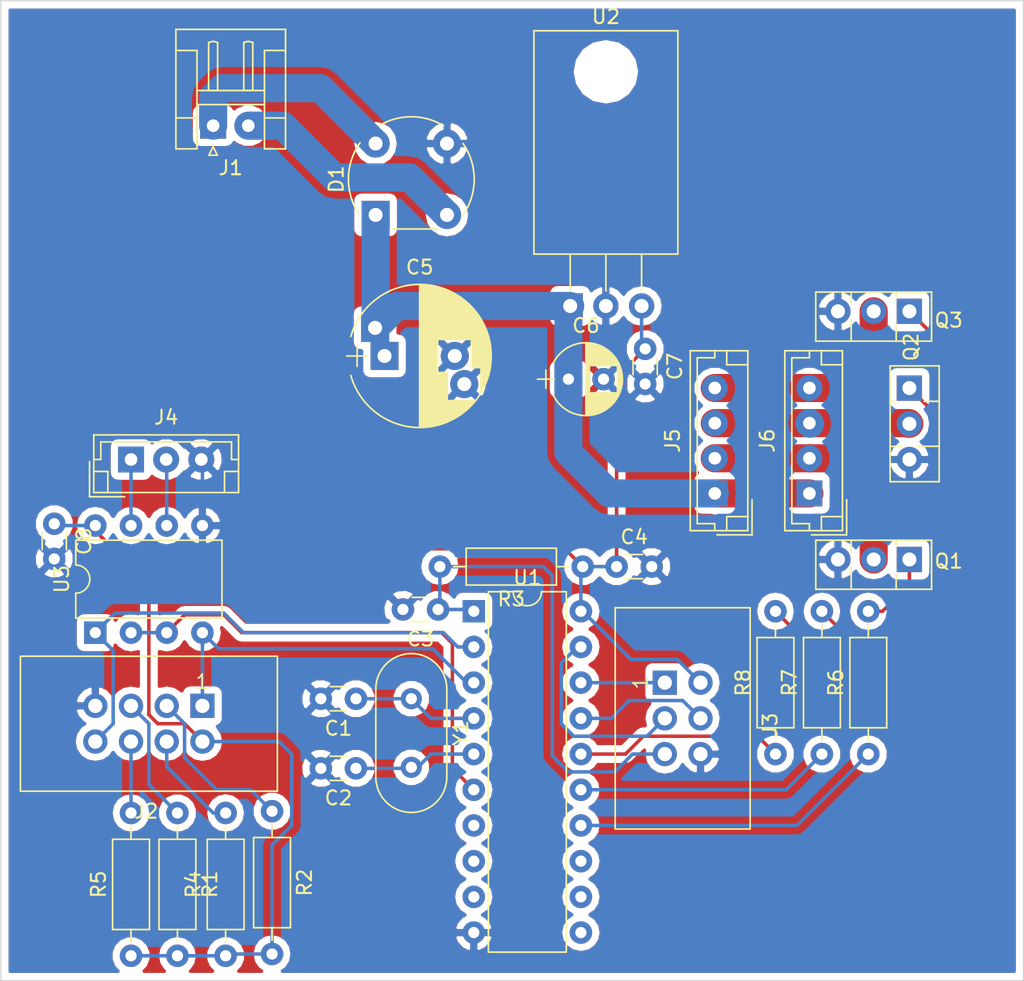
<source format=kicad_pcb>
(kicad_pcb (version 4) (host pcbnew 4.0.7)
  (layers (0 F.Cu signal) (31 B.Cu signal) (34 B.Paste user) (35 F.Paste user) (36 B.SilkS user) (37 F.SilkS user) (38 B.Mask user) (39 F.Mask user) (44 Edge.Cuts user))
  (net 0 "")
  (net 1 "Net-(C1-Pad1)")
  (net 2 GND)
  (net 3 "Net-(C2-Pad1)")
  (net 4 /RESET)
  (net 5 VCC)
  (net 6 +12V)
  (net 7 "Net-(D1-Pad4)")
  (net 8 "Net-(D1-Pad2)")
  (net 9 /TXD)
  (net 10 "Net-(J2-Pad3)")
  (net 11 "Net-(J2-Pad4)")
  (net 12 "Net-(J2-Pad5)")
  (net 13 "Net-(J2-Pad6)")
  (net 14 /RXD)
  (net 15 /MISO)
  (net 16 /MOSI/SDA)
  (net 17 "Net-(J4-Pad1)")
  (net 18 "Net-(J4-Pad2)")
  (net 19 "Net-(J5-Pad2)")
  (net 20 "Net-(J5-Pad3)")
  (net 21 "Net-(J5-Pad4)")
  (net 22 /PWM1)
  (net 23 /PWM2)
  (net 24 /PWM3)
  (net 25 "Net-(U1-Pad11)")
  (net 26 "Net-(U1-Pad12)")
  (net 27 "Net-(U1-Pad13)")
  (net 28 /DIR)
  (net 29 "Net-(U1-Pad7)")
  (net 30 "Net-(U1-Pad8)")
  (net 31 "Net-(U1-Pad9)")
  (net 32 /SCL/SCK)
  (net 33 "Net-(Q1-Pad1)")
  (net 34 "Net-(Q2-Pad1)")
  (net 35 "Net-(Q3-Pad1)")
  (module Connectors_JST:JST_EH_B04B-EH-A_04x2.50mm_Straight (layer F.Cu) (at 211.836 99.314 90)
    (fp_text reference J6 (at 3.75 -3 90) (layer F.SilkS))
    (fp_text value CONN_01X04)
    (pad 1 thru_hole rect (at 0 0 90) (size 1.85 1.85) (drill 0.9) (layers *.Cu *.Mask) (net 6 +12V))
    (pad 2 thru_hole circle (at 2.5 0 90) (size 1.85 1.85) (drill 0.9) (layers *.Cu *.Mask) (net 19 "Net-(J5-Pad2)"))
    (pad 3 thru_hole circle (at 5 0 90) (size 1.85 1.85) (drill 0.9) (layers *.Cu *.Mask) (net 20 "Net-(J5-Pad3)"))
    (pad 4 thru_hole circle (at 7.5 0 90) (size 1.85 1.85) (drill 0.9) (layers *.Cu *.Mask) (net 21 "Net-(J5-Pad4)"))
  )
  (module Connectors:IDC_Header_Straight_8pins (layer F.Cu) (at 168.656 114.427 180)
    (fp_text reference J2 (at 4 -7.5 180) (layer F.SilkS))
    (fp_text value Conn_02x04_Odd_Even)
    (fp_text user 1 (at 0.02 1.72 180) (layer F.SilkS) (effects (font (thickness 0.12))))
    (pad 1 thru_hole rect (at 0 0 180) (size 1.7272 1.7272) (drill 1.016) (layers *.Cu *.Mask) (net 9 /TXD))
    (pad 2 thru_hole oval (at 0 -2.54 180) (size 1.7272 1.7272) (drill 1.016) (layers *.Cu *.Mask) (net 5 VCC))
    (pad 3 thru_hole oval (at 2.54 0 180) (size 1.7272 1.7272) (drill 1.016) (layers *.Cu *.Mask) (net 10 "Net-(J2-Pad3)"))
    (pad 4 thru_hole oval (at 2.54 -2.54 180) (size 1.7272 1.7272) (drill 1.016) (layers *.Cu *.Mask) (net 11 "Net-(J2-Pad4)"))
    (pad 5 thru_hole oval (at 5.08 0 180) (size 1.7272 1.7272) (drill 1.016) (layers *.Cu *.Mask) (net 12 "Net-(J2-Pad5)"))
    (pad 6 thru_hole oval (at 5.08 -2.54 180) (size 1.7272 1.7272) (drill 1.016) (layers *.Cu *.Mask) (net 13 "Net-(J2-Pad6)"))
    (pad 7 thru_hole oval (at 7.62 0 180) (size 1.7272 1.7272) (drill 1.016) (layers *.Cu *.Mask) (net 2 GND))
    (pad 8 thru_hole oval (at 7.62 -2.54 180) (size 1.7272 1.7272) (drill 1.016) (layers *.Cu *.Mask) (net 14 /RXD))
  )
  (module Capacitors_THT:C_Disc_D3.0mm_W1.6mm_P2.50mm (layer F.Cu) (at 179.578 113.919 180)
    (fp_text reference C1 (at 1.25 -2.11 180) (layer F.SilkS))
    (fp_text value C)
    (pad 1 thru_hole circle (at 0 0 180) (size 1.6 1.6) (drill 0.8) (layers *.Cu *.Mask) (net 1 "Net-(C1-Pad1)"))
    (pad 2 thru_hole circle (at 2.5 0 180) (size 1.6 1.6) (drill 0.8) (layers *.Cu *.Mask) (net 2 GND))
  )
  (module Capacitors_THT:C_Disc_D3.0mm_W1.6mm_P2.50mm (layer F.Cu) (at 179.578 118.872 180)
    (fp_text reference C2 (at 1.25 -2.11 180) (layer F.SilkS))
    (fp_text value C)
    (pad 1 thru_hole circle (at 0 0 180) (size 1.6 1.6) (drill 0.8) (layers *.Cu *.Mask) (net 3 "Net-(C2-Pad1)"))
    (pad 2 thru_hole circle (at 2.5 0 180) (size 1.6 1.6) (drill 0.8) (layers *.Cu *.Mask) (net 2 GND))
  )
  (module Capacitors_THT:C_Disc_D3.0mm_W1.6mm_P2.50mm (layer F.Cu) (at 185.42 107.569 180)
    (fp_text reference C3 (at 1.25 -2.11 180) (layer F.SilkS))
    (fp_text value C)
    (pad 1 thru_hole circle (at 0 0 180) (size 1.6 1.6) (drill 0.8) (layers *.Cu *.Mask) (net 4 /RESET))
    (pad 2 thru_hole circle (at 2.5 0 180) (size 1.6 1.6) (drill 0.8) (layers *.Cu *.Mask) (net 2 GND))
  )
  (module Capacitors_THT:C_Disc_D3.0mm_W1.6mm_P2.50mm (layer F.Cu) (at 198.12 104.521)
    (fp_text reference C4 (at 1.25 -2.11) (layer F.SilkS))
    (fp_text value C)
    (pad 1 thru_hole circle (at 0 0) (size 1.6 1.6) (drill 0.8) (layers *.Cu *.Mask) (net 5 VCC))
    (pad 2 thru_hole circle (at 2.5 0) (size 1.6 1.6) (drill 0.8) (layers *.Cu *.Mask) (net 2 GND))
  )
  (module Capacitors_THT:CP_Radial_D10.0mm_P5.00mm_P7.50mm (layer F.Cu) (at 181.61 89.535)
    (fp_text reference C5 (at 2.5 -6.31) (layer F.SilkS))
    (fp_text value CP)
    (pad 1 thru_hole rect (at 0 0) (size 2 2) (drill 1) (layers *.Cu *.Mask) (net 6 +12V))
    (pad 2 thru_hole circle (at 5 0) (size 2 2) (drill 1) (layers *.Cu *.Mask) (net 2 GND))
    (pad 1 thru_hole rect (at -0.672144 -2) (size 2 2) (drill 1) (layers *.Cu *.Mask) (net 6 +12V))
    (pad 2 thru_hole circle (at 5.672144 2) (size 2 2) (drill 1) (layers *.Cu *.Mask) (net 2 GND))
  )
  (module Capacitors_THT:CP_Radial_D5.0mm_P2.50mm (layer F.Cu) (at 194.691 91.186)
    (fp_text reference C6 (at 1.25 -3.81) (layer F.SilkS))
    (fp_text value CP)
    (pad 1 thru_hole rect (at 0 0) (size 1.6 1.6) (drill 0.8) (layers *.Cu *.Mask) (net 6 +12V))
    (pad 2 thru_hole circle (at 2.5 0) (size 1.6 1.6) (drill 0.8) (layers *.Cu *.Mask) (net 2 GND))
  )
  (module Capacitors_THT:C_Disc_D3.0mm_W1.6mm_P2.50mm (layer F.Cu) (at 200.152 89.027 270)
    (fp_text reference C7 (at 1.25 -2.11 270) (layer F.SilkS))
    (fp_text value C)
    (pad 1 thru_hole circle (at 0 0 270) (size 1.6 1.6) (drill 0.8) (layers *.Cu *.Mask) (net 5 VCC))
    (pad 2 thru_hole circle (at 2.5 0 270) (size 1.6 1.6) (drill 0.8) (layers *.Cu *.Mask) (net 2 GND))
  )
  (module Capacitors_THT:C_Disc_D3.0mm_W1.6mm_P2.50mm (layer F.Cu) (at 158.115 101.473 270)
    (fp_text reference C8 (at 1.25 -2.11 270) (layer F.SilkS))
    (fp_text value C)
    (pad 1 thru_hole circle (at 0 0 270) (size 1.6 1.6) (drill 0.8) (layers *.Cu *.Mask) (net 5 VCC))
    (pad 2 thru_hole circle (at 2.5 0 270) (size 1.6 1.6) (drill 0.8) (layers *.Cu *.Mask) (net 2 GND))
  )
  (module Diodes_THT:Diode_Bridge_Round_D8.9mm (layer F.Cu) (at 180.975 79.502 90)
    (fp_text reference D1 (at 2.54 -2.794 90) (layer F.SilkS))
    (fp_text value D_Bridge_+A-A)
    (pad 4 thru_hole oval (at 5.08 0 90) (size 2 2) (drill 1) (layers *.Cu *.Mask) (net 7 "Net-(D1-Pad4)"))
    (pad 2 thru_hole oval (at 0 5.08 90) (size 2 2) (drill 1) (layers *.Cu *.Mask) (net 8 "Net-(D1-Pad2)"))
    (pad 3 thru_hole oval (at 5.08 5.08 90) (size 2 2) (drill 1) (layers *.Cu *.Mask) (net 2 GND))
    (pad 1 thru_hole rect (at 0 0 90) (size 2 2) (drill 1) (layers *.Cu *.Mask) (net 6 +12V))
  )
  (module Connectors_JST:JST_EH_S02B-EH_02x2.50mm_Angled (layer F.Cu) (at 169.418 73.152)
    (fp_text reference J1 (at 1.25 3) (layer F.SilkS))
    (fp_text value CONN_01X02)
    (pad 1 thru_hole rect (at 0 0) (size 1.85 1.85) (drill 0.9) (layers *.Cu *.Mask) (net 7 "Net-(D1-Pad4)"))
    (pad 2 thru_hole circle (at 2.5 0) (size 1.85 1.85) (drill 0.9) (layers *.Cu *.Mask) (net 8 "Net-(D1-Pad2)"))
  )
  (module Connectors:IDC_Header_Straight_6pins (layer F.Cu) (at 201.549 112.776 270)
    (fp_text reference J3 (at 3 -7.5 270) (layer F.SilkS))
    (fp_text value Conn_02x03_Odd_Even)
    (fp_text user 1 (at 0.02 1.72 270) (layer F.SilkS) (effects (font (thickness 0.12))))
    (pad 1 thru_hole rect (at 0 0 270) (size 1.7272 1.7272) (drill 1.016) (layers *.Cu *.Mask) (net 15 /MISO))
    (pad 2 thru_hole oval (at 0 -2.54 270) (size 1.7272 1.7272) (drill 1.016) (layers *.Cu *.Mask) (net 5 VCC))
    (pad 3 thru_hole oval (at 2.54 0 270) (size 1.7272 1.7272) (drill 1.016) (layers *.Cu *.Mask) (net 32 /SCL/SCK))
    (pad 4 thru_hole oval (at 2.54 -2.54 270) (size 1.7272 1.7272) (drill 1.016) (layers *.Cu *.Mask) (net 16 /MOSI/SDA))
    (pad 5 thru_hole oval (at 5.08 0 270) (size 1.7272 1.7272) (drill 1.016) (layers *.Cu *.Mask) (net 4 /RESET))
    (pad 6 thru_hole oval (at 5.08 -2.54 270) (size 1.7272 1.7272) (drill 1.016) (layers *.Cu *.Mask) (net 2 GND))
  )
  (module Connectors_JST:JST_EH_B03B-EH-A_03x2.50mm_Straight (layer F.Cu) (at 163.576 96.901)
    (fp_text reference J4 (at 2.5 -3) (layer F.SilkS))
    (fp_text value CONN_01X03)
    (pad 1 thru_hole rect (at 0 0) (size 1.85 1.85) (drill 0.9) (layers *.Cu *.Mask) (net 17 "Net-(J4-Pad1)"))
    (pad 2 thru_hole circle (at 2.5 0) (size 1.85 1.85) (drill 0.9) (layers *.Cu *.Mask) (net 18 "Net-(J4-Pad2)"))
    (pad 3 thru_hole circle (at 5 0) (size 1.85 1.85) (drill 0.9) (layers *.Cu *.Mask) (net 2 GND))
  )
  (module Connectors_JST:JST_EH_B04B-EH-A_04x2.50mm_Straight (layer F.Cu) (at 205.105 99.314 90)
    (fp_text reference J5 (at 3.75 -3 90) (layer F.SilkS))
    (fp_text value CONN_01X04)
    (pad 1 thru_hole rect (at 0 0 90) (size 1.85 1.85) (drill 0.9) (layers *.Cu *.Mask) (net 6 +12V))
    (pad 2 thru_hole circle (at 2.5 0 90) (size 1.85 1.85) (drill 0.9) (layers *.Cu *.Mask) (net 19 "Net-(J5-Pad2)"))
    (pad 3 thru_hole circle (at 5 0 90) (size 1.85 1.85) (drill 0.9) (layers *.Cu *.Mask) (net 20 "Net-(J5-Pad3)"))
    (pad 4 thru_hole circle (at 7.5 0 90) (size 1.85 1.85) (drill 0.9) (layers *.Cu *.Mask) (net 21 "Net-(J5-Pad4)"))
  )
  (module Resistors_THT:R_Axial_DIN0207_L6.3mm_D2.5mm_P10.16mm_Horizontal (layer F.Cu) (at 166.878 122.047 270)
    (fp_text reference R1 (at 5.08 -2.31 270) (layer F.SilkS))
    (fp_text value R)
    (pad 1 thru_hole circle (at 0 0 270) (size 1.6 1.6) (drill 0.8) (layers *.Cu *.Mask) (net 12 "Net-(J2-Pad5)"))
    (pad 2 thru_hole oval (at 10.16 0 270) (size 1.6 1.6) (drill 0.8) (layers *.Cu *.Mask) (net 5 VCC))
  )
  (module Resistors_THT:R_Axial_DIN0207_L6.3mm_D2.5mm_P10.16mm_Horizontal (layer F.Cu) (at 173.609 121.92 270)
    (fp_text reference R2 (at 5.08 -2.31 270) (layer F.SilkS))
    (fp_text value R)
    (pad 1 thru_hole circle (at 0 0 270) (size 1.6 1.6) (drill 0.8) (layers *.Cu *.Mask) (net 10 "Net-(J2-Pad3)"))
    (pad 2 thru_hole oval (at 10.16 0 270) (size 1.6 1.6) (drill 0.8) (layers *.Cu *.Mask) (net 5 VCC))
  )
  (module Resistors_THT:R_Axial_DIN0207_L6.3mm_D2.5mm_P10.16mm_Horizontal (layer F.Cu) (at 195.707 104.521 180)
    (fp_text reference R3 (at 5.08 -2.31 180) (layer F.SilkS))
    (fp_text value R)
    (pad 1 thru_hole circle (at 0 0 180) (size 1.6 1.6) (drill 0.8) (layers *.Cu *.Mask) (net 5 VCC))
    (pad 2 thru_hole oval (at 10.16 0 180) (size 1.6 1.6) (drill 0.8) (layers *.Cu *.Mask) (net 4 /RESET))
  )
  (module Resistors_THT:R_Axial_DIN0207_L6.3mm_D2.5mm_P10.16mm_Horizontal (layer F.Cu) (at 170.307 132.207 90)
    (fp_text reference R4 (at 5.08 -2.31 90) (layer F.SilkS))
    (fp_text value R)
    (pad 1 thru_hole circle (at 0 0 90) (size 1.6 1.6) (drill 0.8) (layers *.Cu *.Mask) (net 5 VCC))
    (pad 2 thru_hole oval (at 10.16 0 90) (size 1.6 1.6) (drill 0.8) (layers *.Cu *.Mask) (net 11 "Net-(J2-Pad4)"))
  )
  (module Resistors_THT:R_Axial_DIN0207_L6.3mm_D2.5mm_P10.16mm_Horizontal (layer F.Cu) (at 163.576 132.207 90)
    (fp_text reference R5 (at 5.08 -2.31 90) (layer F.SilkS))
    (fp_text value R)
    (pad 1 thru_hole circle (at 0 0 90) (size 1.6 1.6) (drill 0.8) (layers *.Cu *.Mask) (net 5 VCC))
    (pad 2 thru_hole oval (at 10.16 0 90) (size 1.6 1.6) (drill 0.8) (layers *.Cu *.Mask) (net 13 "Net-(J2-Pad6)"))
  )
  (module Resistors_THT:R_Axial_DIN0207_L6.3mm_D2.5mm_P10.16mm_Horizontal (layer F.Cu) (at 216.027 117.856 90)
    (fp_text reference R6 (at 5.08 -2.31 90) (layer F.SilkS))
    (fp_text value R)
    (pad 1 thru_hole circle (at 0 0 90) (size 1.6 1.6) (drill 0.8) (layers *.Cu *.Mask) (net 22 /PWM1))
    (pad 2 thru_hole oval (at 10.16 0 90) (size 1.6 1.6) (drill 0.8) (layers *.Cu *.Mask) (net 33 "Net-(Q1-Pad1)"))
  )
  (module Resistors_THT:R_Axial_DIN0207_L6.3mm_D2.5mm_P10.16mm_Horizontal (layer F.Cu) (at 212.725 117.856 90)
    (fp_text reference R7 (at 5.08 -2.31 90) (layer F.SilkS))
    (fp_text value R)
    (pad 1 thru_hole circle (at 0 0 90) (size 1.6 1.6) (drill 0.8) (layers *.Cu *.Mask) (net 23 /PWM2))
    (pad 2 thru_hole oval (at 10.16 0 90) (size 1.6 1.6) (drill 0.8) (layers *.Cu *.Mask) (net 34 "Net-(Q2-Pad1)"))
  )
  (module Resistors_THT:R_Axial_DIN0207_L6.3mm_D2.5mm_P10.16mm_Horizontal (layer F.Cu) (at 209.423 117.856 90)
    (fp_text reference R8 (at 5.08 -2.31 90) (layer F.SilkS))
    (fp_text value R)
    (pad 1 thru_hole circle (at 0 0 90) (size 1.6 1.6) (drill 0.8) (layers *.Cu *.Mask) (net 24 /PWM3))
    (pad 2 thru_hole oval (at 10.16 0 90) (size 1.6 1.6) (drill 0.8) (layers *.Cu *.Mask) (net 35 "Net-(Q3-Pad1)"))
  )
  (module Housings_DIP:DIP-20_W7.62mm (layer F.Cu) (at 187.96 107.696)
    (fp_text reference U1 (at 3.81 -2.39) (layer F.SilkS))
    (fp_text value ATTINY2313-20PU)
    (pad 1 thru_hole rect (at 0 0) (size 1.6 1.6) (drill 0.8) (layers *.Cu *.Mask) (net 4 /RESET))
    (pad 11 thru_hole oval (at 7.62 22.86) (size 1.6 1.6) (drill 0.8) (layers *.Cu *.Mask) (net 25 "Net-(U1-Pad11)"))
    (pad 2 thru_hole oval (at 0 2.54) (size 1.6 1.6) (drill 0.8) (layers *.Cu *.Mask) (net 14 /RXD))
    (pad 12 thru_hole oval (at 7.62 20.32) (size 1.6 1.6) (drill 0.8) (layers *.Cu *.Mask) (net 26 "Net-(U1-Pad12)"))
    (pad 3 thru_hole oval (at 0 5.08) (size 1.6 1.6) (drill 0.8) (layers *.Cu *.Mask) (net 9 /TXD))
    (pad 13 thru_hole oval (at 7.62 17.78) (size 1.6 1.6) (drill 0.8) (layers *.Cu *.Mask) (net 27 "Net-(U1-Pad13)"))
    (pad 4 thru_hole oval (at 0 7.62) (size 1.6 1.6) (drill 0.8) (layers *.Cu *.Mask) (net 1 "Net-(C1-Pad1)"))
    (pad 14 thru_hole oval (at 7.62 15.24) (size 1.6 1.6) (drill 0.8) (layers *.Cu *.Mask) (net 22 /PWM1))
    (pad 5 thru_hole oval (at 0 10.16) (size 1.6 1.6) (drill 0.8) (layers *.Cu *.Mask) (net 3 "Net-(C2-Pad1)"))
    (pad 15 thru_hole oval (at 7.62 12.7) (size 1.6 1.6) (drill 0.8) (layers *.Cu *.Mask) (net 23 /PWM2))
    (pad 6 thru_hole oval (at 0 12.7) (size 1.6 1.6) (drill 0.8) (layers *.Cu *.Mask) (net 28 /DIR))
    (pad 16 thru_hole oval (at 7.62 10.16) (size 1.6 1.6) (drill 0.8) (layers *.Cu *.Mask) (net 24 /PWM3))
    (pad 7 thru_hole oval (at 0 15.24) (size 1.6 1.6) (drill 0.8) (layers *.Cu *.Mask) (net 29 "Net-(U1-Pad7)"))
    (pad 17 thru_hole oval (at 7.62 7.62) (size 1.6 1.6) (drill 0.8) (layers *.Cu *.Mask) (net 16 /MOSI/SDA))
    (pad 8 thru_hole oval (at 0 17.78) (size 1.6 1.6) (drill 0.8) (layers *.Cu *.Mask) (net 30 "Net-(U1-Pad8)"))
    (pad 18 thru_hole oval (at 7.62 5.08) (size 1.6 1.6) (drill 0.8) (layers *.Cu *.Mask) (net 15 /MISO))
    (pad 9 thru_hole oval (at 0 20.32) (size 1.6 1.6) (drill 0.8) (layers *.Cu *.Mask) (net 31 "Net-(U1-Pad9)"))
    (pad 19 thru_hole oval (at 7.62 2.54) (size 1.6 1.6) (drill 0.8) (layers *.Cu *.Mask) (net 32 /SCL/SCK))
    (pad 10 thru_hole oval (at 0 22.86) (size 1.6 1.6) (drill 0.8) (layers *.Cu *.Mask) (net 2 GND))
    (pad 20 thru_hole oval (at 7.62 0) (size 1.6 1.6) (drill 0.8) (layers *.Cu *.Mask) (net 5 VCC))
  )
  (module TO_SOT_Packages_THT:TO-220_Horizontal (layer F.Cu) (at 194.818 85.979)
    (fp_text reference U2 (at 2.54 -20.58) (layer F.SilkS))
    (fp_text value L7805)
    (pad 0 np_thru_hole oval (at 2.54 -16.66) (size 3.5 3.5) (drill 3.5) (layers *.Cu *.Mask))
    (pad 1 thru_hole rect (at 0 0) (size 1.8 1.8) (drill 1) (layers *.Cu *.Mask) (net 6 +12V))
    (pad 2 thru_hole oval (at 2.54 0) (size 1.8 1.8) (drill 1) (layers *.Cu *.Mask) (net 2 GND))
    (pad 3 thru_hole oval (at 5.08 0) (size 1.8 1.8) (drill 1) (layers *.Cu *.Mask) (net 5 VCC))
  )
  (module Crystals:Crystal_HC49-U_Vertical (layer F.Cu) (at 183.515 113.919 270)
    (fp_text reference Y1 (at 2.44 -3.525 270) (layer F.SilkS))
    (fp_text value Crystal)
    (pad 1 thru_hole circle (at 0 0 270) (size 1.5 1.5) (drill 0.8) (layers *.Cu *.Mask) (net 1 "Net-(C1-Pad1)"))
    (pad 2 thru_hole circle (at 4.88 0 270) (size 1.5 1.5) (drill 0.8) (layers *.Cu *.Mask) (net 3 "Net-(C2-Pad1)"))
  )
  (module Housings_DIP:DIP-8_W7.62mm (layer F.Cu) (at 161.036 109.22 90)
    (fp_text reference U3 (at 3.81 -2.39 90) (layer F.SilkS))
    (fp_text value MAX485E)
    (pad 1 thru_hole rect (at 0 0 90) (size 1.6 1.6) (drill 0.8) (layers *.Cu *.Mask) (net 14 /RXD))
    (pad 5 thru_hole oval (at 7.62 7.62 90) (size 1.6 1.6) (drill 0.8) (layers *.Cu *.Mask) (net 2 GND))
    (pad 2 thru_hole oval (at 0 2.54 90) (size 1.6 1.6) (drill 0.8) (layers *.Cu *.Mask) (net 28 /DIR))
    (pad 6 thru_hole oval (at 7.62 5.08 90) (size 1.6 1.6) (drill 0.8) (layers *.Cu *.Mask) (net 18 "Net-(J4-Pad2)"))
    (pad 3 thru_hole oval (at 0 5.08 90) (size 1.6 1.6) (drill 0.8) (layers *.Cu *.Mask) (net 28 /DIR))
    (pad 7 thru_hole oval (at 7.62 2.54 90) (size 1.6 1.6) (drill 0.8) (layers *.Cu *.Mask) (net 17 "Net-(J4-Pad1)"))
    (pad 4 thru_hole oval (at 0 7.62 90) (size 1.6 1.6) (drill 0.8) (layers *.Cu *.Mask) (net 9 /TXD))
    (pad 8 thru_hole oval (at 7.62 0 90) (size 1.6 1.6) (drill 0.8) (layers *.Cu *.Mask) (net 5 VCC))
  )
  (module TO_SOT_Packages_THT:TO-126_Vertical (layer F.Cu) (at 218.948 104.013 180)
    (fp_text reference Q1 (at -2.794 -0.127 180) (layer F.SilkS))
    (fp_text value Q_NPN_BCE)
    (pad 1 thru_hole rect (at 0 0 180) (size 1.8 1.8) (drill 1) (layers *.Cu *.Mask) (net 33 "Net-(Q1-Pad1)"))
    (pad 2 thru_hole oval (at 2.54 0 180) (size 1.8 1.8) (drill 1) (layers *.Cu *.Mask) (net 19 "Net-(J5-Pad2)"))
    (pad 3 thru_hole oval (at 5.08 0 180) (size 1.8 1.8) (drill 1) (layers *.Cu *.Mask) (net 2 GND))
  )
  (module TO_SOT_Packages_THT:TO-126_Vertical (layer F.Cu) (at 218.948 91.821 270)
    (fp_text reference Q2 (at -2.921 -0.127 270) (layer F.SilkS))
    (fp_text value Q_NPN_BCE)
    (pad 1 thru_hole rect (at 0 0 270) (size 1.8 1.8) (drill 1) (layers *.Cu *.Mask) (net 34 "Net-(Q2-Pad1)"))
    (pad 2 thru_hole oval (at 2.54 0 270) (size 1.8 1.8) (drill 1) (layers *.Cu *.Mask) (net 20 "Net-(J5-Pad3)"))
    (pad 3 thru_hole oval (at 5.08 0 270) (size 1.8 1.8) (drill 1) (layers *.Cu *.Mask) (net 2 GND))
  )
  (module TO_SOT_Packages_THT:TO-126_Vertical (layer F.Cu) (at 218.948 86.36 180)
    (fp_text reference Q3 (at -2.794 -0.635 180) (layer F.SilkS))
    (fp_text value Q_NPN_BCE)
    (pad 1 thru_hole rect (at 0 0 180) (size 1.8 1.8) (drill 1) (layers *.Cu *.Mask) (net 35 "Net-(Q3-Pad1)"))
    (pad 2 thru_hole oval (at 2.54 0 180) (size 1.8 1.8) (drill 1) (layers *.Cu *.Mask) (net 21 "Net-(J5-Pad4)"))
    (pad 3 thru_hole oval (at 5.08 0 180) (size 1.8 1.8) (drill 1) (layers *.Cu *.Mask) (net 2 GND))
  )
  (gr_line (start 227.076 64.262) (end 227.076 133.985) (angle 90) (layer Edge.Cuts) (width 0.1))
  (gr_line (start 154.305 64.262) (end 227.076 64.262) (angle 90) (layer Edge.Cuts) (width 0.1))
  (gr_line (start 154.305 133.985) (end 154.305 64.262) (angle 90) (layer Edge.Cuts) (width 0.1))
  (gr_line (start 227.076 133.985) (end 154.305 133.985) (angle 90) (layer Edge.Cuts) (width 0.1))
  (segment (start 183.515 113.919) (end 179.578 113.919) (width 0.25) (layer B.Cu) (net 1))
  (segment (start 187.96 115.316) (end 184.912 115.316) (width 0.25) (layer B.Cu) (net 1))
  (segment (start 184.912 115.316) (end 183.515 113.919) (width 0.25) (layer B.Cu) (net 1))
  (segment (start 168.656 101.6) (end 168.656 96.981) (width 0.25) (layer B.Cu) (net 2))
  (segment (start 168.656 96.981) (end 168.576 96.901) (width 0.25) (layer B.Cu) (net 2))
  (segment (start 183.515 118.799) (end 183.969 118.799) (width 0.25) (layer B.Cu) (net 3))
  (segment (start 183.969 118.799) (end 184.912 117.856) (width 0.25) (layer B.Cu) (net 3))
  (segment (start 184.912 117.856) (end 187.96 117.856) (width 0.25) (layer B.Cu) (net 3))
  (segment (start 179.578 118.872) (end 183.442 118.872) (width 0.25) (layer B.Cu) (net 3))
  (segment (start 183.442 118.872) (end 183.515 118.799) (width 0.25) (layer B.Cu) (net 3))
  (segment (start 201.549 117.856) (end 199.263 117.856) (width 0.25) (layer B.Cu) (net 4))
  (segment (start 192.913 104.521) (end 185.547 104.521) (width 0.25) (layer B.Cu) (net 4))
  (segment (start 193.548 105.156) (end 192.913 104.521) (width 0.25) (layer B.Cu) (net 4))
  (segment (start 193.548 117.983) (end 193.548 105.156) (width 0.25) (layer B.Cu) (net 4))
  (segment (start 194.691 119.126) (end 193.548 117.983) (width 0.25) (layer B.Cu) (net 4))
  (segment (start 197.993 119.126) (end 194.691 119.126) (width 0.25) (layer B.Cu) (net 4))
  (segment (start 199.263 117.856) (end 197.993 119.126) (width 0.25) (layer B.Cu) (net 4))
  (segment (start 185.42 107.569) (end 187.833 107.569) (width 0.25) (layer B.Cu) (net 4))
  (segment (start 187.833 107.569) (end 187.96 107.696) (width 0.25) (layer B.Cu) (net 4))
  (segment (start 185.547 104.521) (end 185.547 107.442) (width 0.25) (layer B.Cu) (net 4))
  (segment (start 185.547 107.442) (end 185.42 107.569) (width 0.25) (layer B.Cu) (net 4))
  (segment (start 161.036 101.6) (end 161.036 101.981) (width 0.25) (layer F.Cu) (net 5))
  (segment (start 161.036 101.981) (end 162.306 103.251) (width 0.25) (layer F.Cu) (net 5))
  (segment (start 194.437 103.251) (end 195.707 104.521) (width 0.25) (layer F.Cu) (net 5))
  (segment (start 162.306 103.251) (end 194.437 103.251) (width 0.25) (layer F.Cu) (net 5))
  (segment (start 198.12 104.521) (end 198.12 93.218) (width 0.25) (layer F.Cu) (net 5))
  (segment (start 198.755 90.424) (end 200.152 89.027) (width 0.25) (layer F.Cu) (net 5))
  (segment (start 198.755 92.583) (end 198.755 90.424) (width 0.25) (layer F.Cu) (net 5))
  (segment (start 198.12 93.218) (end 198.755 92.583) (width 0.25) (layer F.Cu) (net 5))
  (segment (start 199.898 85.979) (end 199.898 88.773) (width 0.25) (layer B.Cu) (net 5))
  (segment (start 199.898 88.773) (end 200.152 89.027) (width 0.25) (layer B.Cu) (net 5))
  (segment (start 161.036 101.981) (end 164.846 105.791) (width 0.25) (layer F.Cu) (net 5))
  (segment (start 167.386 115.697) (end 168.656 116.967) (width 0.25) (layer F.Cu) (net 5))
  (segment (start 165.481 115.697) (end 167.386 115.697) (width 0.25) (layer F.Cu) (net 5))
  (segment (start 164.846 115.062) (end 165.481 115.697) (width 0.25) (layer F.Cu) (net 5))
  (segment (start 164.846 105.791) (end 164.846 115.062) (width 0.25) (layer F.Cu) (net 5))
  (segment (start 173.609 132.08) (end 173.609 124.333) (width 0.25) (layer B.Cu) (net 5))
  (segment (start 174.117 116.967) (end 168.656 116.967) (width 0.25) (layer B.Cu) (net 5))
  (segment (start 175.006 117.856) (end 174.117 116.967) (width 0.25) (layer B.Cu) (net 5))
  (segment (start 175.006 122.936) (end 175.006 117.856) (width 0.25) (layer B.Cu) (net 5))
  (segment (start 173.609 124.333) (end 175.006 122.936) (width 0.25) (layer B.Cu) (net 5))
  (segment (start 163.576 132.207) (end 166.878 132.207) (width 0.25) (layer B.Cu) (net 5))
  (segment (start 166.878 132.207) (end 170.307 132.207) (width 0.25) (layer B.Cu) (net 5))
  (segment (start 170.307 132.207) (end 170.434 132.08) (width 0.25) (layer B.Cu) (net 5))
  (segment (start 170.434 132.08) (end 173.609 132.08) (width 0.25) (layer B.Cu) (net 5))
  (segment (start 195.707 104.521) (end 198.12 104.521) (width 0.25) (layer B.Cu) (net 5))
  (segment (start 161.036 101.6) (end 158.242 101.6) (width 0.25) (layer B.Cu) (net 5))
  (segment (start 158.242 101.6) (end 158.115 101.473) (width 0.25) (layer B.Cu) (net 5))
  (segment (start 195.58 107.696) (end 195.707 107.696) (width 0.25) (layer B.Cu) (net 5))
  (segment (start 195.707 107.696) (end 199.136 111.125) (width 0.25) (layer B.Cu) (net 5))
  (segment (start 202.438 111.125) (end 204.089 112.776) (width 0.25) (layer B.Cu) (net 5))
  (segment (start 199.136 111.125) (end 202.438 111.125) (width 0.25) (layer B.Cu) (net 5))
  (segment (start 195.58 107.696) (end 195.58 104.648) (width 0.25) (layer B.Cu) (net 5))
  (segment (start 195.58 104.648) (end 195.707 104.521) (width 0.25) (layer B.Cu) (net 5))
  (segment (start 194.691 91.186) (end 194.691 96.393) (width 2) (layer B.Cu) (net 6))
  (segment (start 197.612 99.314) (end 205.105 99.314) (width 2) (layer B.Cu) (net 6))
  (segment (start 194.691 96.393) (end 197.612 99.314) (width 2) (layer B.Cu) (net 6))
  (segment (start 205.105 99.314) (end 211.836 99.314) (width 2) (layer F.Cu) (net 6))
  (segment (start 180.975 79.502) (end 180.975 87.497856) (width 2) (layer B.Cu) (net 6))
  (segment (start 180.975 87.497856) (end 180.937856 87.535) (width 2) (layer B.Cu) (net 6))
  (segment (start 194.818 85.979) (end 182.493856 85.979) (width 2) (layer B.Cu) (net 6))
  (segment (start 182.493856 85.979) (end 180.937856 87.535) (width 2) (layer B.Cu) (net 6))
  (segment (start 194.691 91.186) (end 194.691 86.106) (width 2) (layer B.Cu) (net 6))
  (segment (start 194.691 86.106) (end 194.818 85.979) (width 0.25) (layer B.Cu) (net 6))
  (segment (start 169.418 73.152) (end 169.418 71.12) (width 2) (layer B.Cu) (net 7))
  (segment (start 177.038 70.485) (end 180.975 74.422) (width 2) (layer B.Cu) (net 7))
  (segment (start 170.053 70.485) (end 177.038 70.485) (width 2) (layer B.Cu) (net 7))
  (segment (start 169.418 71.12) (end 170.053 70.485) (width 2) (layer B.Cu) (net 7))
  (segment (start 171.918 73.152) (end 174.371 73.152) (width 2) (layer B.Cu) (net 8))
  (segment (start 183.388 76.835) (end 186.055 79.502) (width 2) (layer B.Cu) (net 8))
  (segment (start 178.054 76.835) (end 183.388 76.835) (width 2) (layer B.Cu) (net 8))
  (segment (start 174.371 73.152) (end 178.054 76.835) (width 2) (layer B.Cu) (net 8))
  (segment (start 187.96 112.776) (end 187.452 112.776) (width 0.25) (layer B.Cu) (net 9))
  (segment (start 187.452 112.776) (end 185.039 110.363) (width 0.25) (layer B.Cu) (net 9))
  (segment (start 185.039 110.363) (end 169.799 110.363) (width 0.25) (layer B.Cu) (net 9))
  (segment (start 169.799 110.363) (end 168.656 109.22) (width 0.25) (layer B.Cu) (net 9))
  (segment (start 168.656 114.427) (end 168.656 109.22) (width 0.25) (layer B.Cu) (net 9))
  (segment (start 173.609 121.92) (end 172.085 120.396) (width 0.25) (layer B.Cu) (net 10))
  (segment (start 167.386 115.697) (end 166.116 114.427) (width 0.25) (layer B.Cu) (net 10))
  (segment (start 167.386 118.11) (end 167.386 115.697) (width 0.25) (layer B.Cu) (net 10))
  (segment (start 169.672 120.396) (end 167.386 118.11) (width 0.25) (layer B.Cu) (net 10))
  (segment (start 172.085 120.396) (end 169.672 120.396) (width 0.25) (layer B.Cu) (net 10))
  (segment (start 170.307 122.047) (end 169.418 122.047) (width 0.25) (layer B.Cu) (net 11))
  (segment (start 166.116 118.745) (end 166.116 116.967) (width 0.25) (layer B.Cu) (net 11))
  (segment (start 169.418 122.047) (end 166.116 118.745) (width 0.25) (layer B.Cu) (net 11))
  (segment (start 166.878 122.047) (end 165.1 120.269) (width 0.25) (layer B.Cu) (net 12))
  (segment (start 164.846 115.697) (end 163.576 114.427) (width 0.25) (layer B.Cu) (net 12))
  (segment (start 164.846 120.015) (end 164.846 115.697) (width 0.25) (layer B.Cu) (net 12))
  (segment (start 165.1 120.269) (end 164.846 120.015) (width 0.25) (layer B.Cu) (net 12))
  (segment (start 163.576 122.047) (end 163.576 116.967) (width 0.25) (layer B.Cu) (net 13))
  (segment (start 187.96 110.236) (end 186.817 110.236) (width 0.25) (layer B.Cu) (net 14))
  (segment (start 162.433 107.823) (end 161.036 109.22) (width 0.25) (layer B.Cu) (net 14))
  (segment (start 170.18 107.823) (end 162.433 107.823) (width 0.25) (layer B.Cu) (net 14))
  (segment (start 171.577 109.22) (end 170.18 107.823) (width 0.25) (layer B.Cu) (net 14))
  (segment (start 185.801 109.22) (end 171.577 109.22) (width 0.25) (layer B.Cu) (net 14))
  (segment (start 186.817 110.236) (end 185.801 109.22) (width 0.25) (layer B.Cu) (net 14))
  (segment (start 161.036 116.967) (end 162.306 115.697) (width 0.25) (layer B.Cu) (net 14))
  (segment (start 162.306 110.49) (end 161.036 109.22) (width 0.25) (layer B.Cu) (net 14))
  (segment (start 162.306 115.697) (end 162.306 110.49) (width 0.25) (layer B.Cu) (net 14))
  (segment (start 201.549 112.776) (end 195.58 112.776) (width 0.25) (layer B.Cu) (net 15))
  (segment (start 195.58 115.316) (end 197.739 115.316) (width 0.25) (layer B.Cu) (net 16))
  (segment (start 202.819 114.046) (end 204.089 115.316) (width 0.25) (layer B.Cu) (net 16))
  (segment (start 199.009 114.046) (end 202.819 114.046) (width 0.25) (layer B.Cu) (net 16))
  (segment (start 197.739 115.316) (end 199.009 114.046) (width 0.25) (layer B.Cu) (net 16))
  (segment (start 163.576 101.6) (end 163.576 96.901) (width 0.25) (layer B.Cu) (net 17))
  (segment (start 166.116 101.6) (end 166.116 96.941) (width 0.25) (layer B.Cu) (net 18))
  (segment (start 166.116 96.941) (end 166.076 96.901) (width 0.25) (layer B.Cu) (net 18))
  (segment (start 211.836 96.814) (end 215.305 96.814) (width 2) (layer F.Cu) (net 19))
  (segment (start 216.408 97.917) (end 216.408 104.013) (width 2) (layer F.Cu) (net 19))
  (segment (start 215.305 96.814) (end 216.408 97.917) (width 2) (layer F.Cu) (net 19))
  (segment (start 205.105 96.814) (end 211.836 96.814) (width 2) (layer F.Cu) (net 19))
  (segment (start 211.836 94.314) (end 218.901 94.314) (width 2) (layer F.Cu) (net 20))
  (segment (start 218.901 94.314) (end 218.948 94.361) (width 2) (layer F.Cu) (net 20))
  (segment (start 211.883 94.361) (end 211.836 94.314) (width 2) (layer B.Cu) (net 20))
  (segment (start 205.105 94.314) (end 211.836 94.314) (width 2) (layer F.Cu) (net 20))
  (segment (start 211.836 91.814) (end 215.653 91.814) (width 2) (layer F.Cu) (net 21))
  (segment (start 216.408 91.059) (end 216.408 86.36) (width 2) (layer F.Cu) (net 21))
  (segment (start 215.653 91.814) (end 216.408 91.059) (width 2) (layer F.Cu) (net 21))
  (segment (start 205.105 91.814) (end 211.836 91.814) (width 2) (layer F.Cu) (net 21))
  (segment (start 195.58 122.936) (end 210.947 122.936) (width 0.25) (layer B.Cu) (net 22))
  (segment (start 210.947 122.936) (end 216.027 117.856) (width 0.25) (layer B.Cu) (net 22))
  (segment (start 195.58 120.396) (end 210.185 120.396) (width 0.25) (layer B.Cu) (net 23))
  (segment (start 210.185 120.396) (end 212.725 117.856) (width 0.25) (layer B.Cu) (net 23))
  (segment (start 195.58 117.856) (end 198.755 117.856) (width 0.25) (layer F.Cu) (net 24))
  (segment (start 208.153 116.586) (end 209.423 117.856) (width 0.25) (layer F.Cu) (net 24))
  (segment (start 200.025 116.586) (end 208.153 116.586) (width 0.25) (layer F.Cu) (net 24))
  (segment (start 198.755 117.856) (end 200.025 116.586) (width 0.25) (layer F.Cu) (net 24))
  (segment (start 166.116 109.22) (end 167.386 107.95) (width 0.25) (layer F.Cu) (net 28))
  (segment (start 186.436 118.872) (end 187.96 120.396) (width 0.25) (layer F.Cu) (net 28))
  (segment (start 186.436 109.982) (end 186.436 118.872) (width 0.25) (layer F.Cu) (net 28))
  (segment (start 185.674 109.22) (end 186.436 109.982) (width 0.25) (layer F.Cu) (net 28))
  (segment (start 171.45 109.22) (end 185.674 109.22) (width 0.25) (layer F.Cu) (net 28))
  (segment (start 170.18 107.95) (end 171.45 109.22) (width 0.25) (layer F.Cu) (net 28))
  (segment (start 167.386 107.95) (end 170.18 107.95) (width 0.25) (layer F.Cu) (net 28))
  (segment (start 163.576 109.22) (end 166.116 109.22) (width 0.25) (layer B.Cu) (net 28))
  (segment (start 195.58 110.236) (end 195.326 110.236) (width 0.25) (layer B.Cu) (net 32))
  (segment (start 195.326 110.236) (end 194.183 111.379) (width 0.25) (layer B.Cu) (net 32))
  (segment (start 194.183 111.379) (end 194.183 115.697) (width 0.25) (layer B.Cu) (net 32))
  (segment (start 194.183 115.697) (end 195.072 116.586) (width 0.25) (layer B.Cu) (net 32))
  (segment (start 195.072 116.586) (end 200.279 116.586) (width 0.25) (layer B.Cu) (net 32))
  (segment (start 200.279 116.586) (end 201.549 115.316) (width 0.25) (layer B.Cu) (net 32))
  (segment (start 216.027 107.696) (end 217.043 107.696) (width 0.25) (layer F.Cu) (net 33))
  (segment (start 218.948 105.791) (end 218.948 104.013) (width 0.25) (layer F.Cu) (net 33))
  (segment (start 217.043 107.696) (end 218.948 105.791) (width 0.25) (layer F.Cu) (net 33))
  (segment (start 216.027 107.696) (end 216.027 107.569) (width 0.25) (layer B.Cu) (net 33))
  (segment (start 212.725 107.696) (end 214.503 109.474) (width 0.25) (layer F.Cu) (net 34))
  (segment (start 221.107 93.98) (end 218.948 91.821) (width 0.25) (layer F.Cu) (net 34))
  (segment (start 221.107 109.093) (end 221.107 93.98) (width 0.25) (layer F.Cu) (net 34))
  (segment (start 220.726 109.474) (end 221.107 109.093) (width 0.25) (layer F.Cu) (net 34))
  (segment (start 214.503 109.474) (end 220.726 109.474) (width 0.25) (layer F.Cu) (net 34))
  (segment (start 212.725 107.696) (end 212.852 107.696) (width 0.25) (layer B.Cu) (net 34))
  (segment (start 209.423 107.696) (end 211.836 110.109) (width 0.25) (layer F.Cu) (net 35))
  (segment (start 221.869 89.281) (end 218.948 86.36) (width 0.25) (layer F.Cu) (net 35))
  (segment (start 221.869 109.22) (end 221.869 89.281) (width 0.25) (layer F.Cu) (net 35))
  (segment (start 220.98 110.109) (end 221.869 109.22) (width 0.25) (layer F.Cu) (net 35))
  (segment (start 211.836 110.109) (end 220.98 110.109) (width 0.25) (layer F.Cu) (net 35))
  (zone (net 2) (net_name GND) (layer F.Cu) (connect_pads (clearance 0.508)) (min_thickness 0.254) (fill yes (arc_segments 16) (thermal_gap 0.508) (thermal_bridge_width 0.508))
    (polygon (pts (xy 154.305 64.262) (xy 226.949 64.389) (xy 227.076 133.985) (xy 154.305 133.985)))
  )
  (zone (net 2) (net_name GND) (layer B.Cu) (connect_pads (clearance 0.508)) (min_thickness 0.254) (fill yes (arc_segments 16) (thermal_gap 0.508) (thermal_bridge_width 0.508))
    (polygon (pts (xy 154.305 64.262) (xy 226.949 64.389) (xy 227.076 133.985) (xy 154.305 133.985)))
  )
)
</source>
